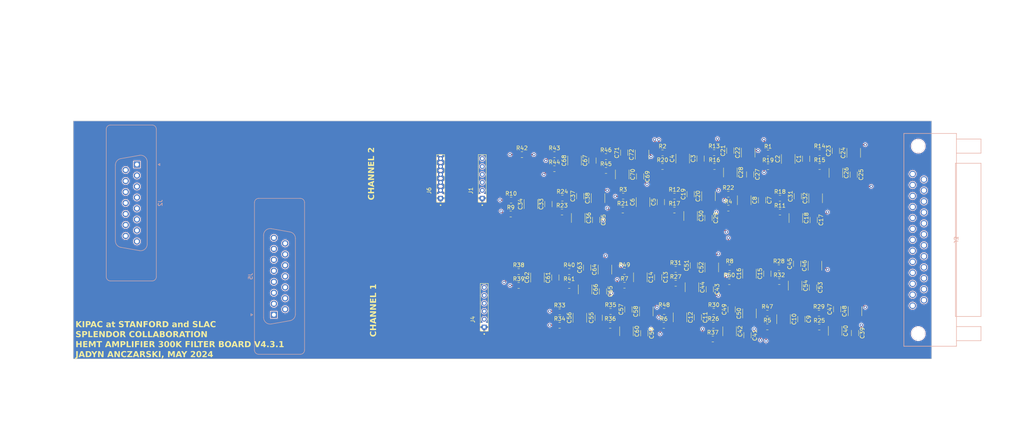
<source format=kicad_pcb>
(kicad_pcb
	(version 20240108)
	(generator "pcbnew")
	(generator_version "8.0")
	(general
		(thickness 1.6)
		(legacy_teardrops no)
	)
	(paper "A4")
	(title_block
		(title "HEMT Amplifier 300K Filter Box")
		(date "2024-05-23")
		(rev "V4.3.1")
		(company "SPLENDOR Collaboration")
		(comment 1 "Jadyn Anczarski | 2024")
		(comment 2 "KIPAC at Stanford and SLAC")
	)
	(layers
		(0 "F.Cu" signal)
		(1 "In1.Cu" signal)
		(2 "In2.Cu" signal)
		(31 "B.Cu" signal)
		(32 "B.Adhes" user "B.Adhesive")
		(33 "F.Adhes" user "F.Adhesive")
		(34 "B.Paste" user)
		(35 "F.Paste" user)
		(36 "B.SilkS" user "B.Silkscreen")
		(37 "F.SilkS" user "F.Silkscreen")
		(38 "B.Mask" user)
		(39 "F.Mask" user)
		(40 "Dwgs.User" user "User.Drawings")
		(41 "Cmts.User" user "User.Comments")
		(42 "Eco1.User" user "User.Eco1")
		(43 "Eco2.User" user "User.Eco2")
		(44 "Edge.Cuts" user)
		(45 "Margin" user)
		(46 "B.CrtYd" user "B.Courtyard")
		(47 "F.CrtYd" user "F.Courtyard")
		(48 "B.Fab" user)
		(49 "F.Fab" user)
		(50 "User.1" user)
		(51 "User.2" user)
		(52 "User.3" user)
		(53 "User.4" user)
		(54 "User.5" user)
		(55 "User.6" user)
		(56 "User.7" user)
		(57 "User.8" user)
		(58 "User.9" user)
	)
	(setup
		(stackup
			(layer "F.SilkS"
				(type "Top Silk Screen")
			)
			(layer "F.Paste"
				(type "Top Solder Paste")
			)
			(layer "F.Mask"
				(type "Top Solder Mask")
				(thickness 0.01)
			)
			(layer "F.Cu"
				(type "copper")
				(thickness 0.035)
			)
			(layer "dielectric 1"
				(type "prepreg")
				(thickness 0.1)
				(material "FR4")
				(epsilon_r 4.5)
				(loss_tangent 0.02)
			)
			(layer "In1.Cu"
				(type "copper")
				(thickness 0.035)
			)
			(layer "dielectric 2"
				(type "core")
				(thickness 1.24)
				(material "FR4")
				(epsilon_r 4.5)
				(loss_tangent 0.02)
			)
			(layer "In2.Cu"
				(type "copper")
				(thickness 0.035)
			)
			(layer "dielectric 3"
				(type "prepreg")
				(thickness 0.1)
				(material "FR4")
				(epsilon_r 4.5)
				(loss_tangent 0.02)
			)
			(layer "B.Cu"
				(type "copper")
				(thickness 0.035)
			)
			(layer "B.Mask"
				(type "Bottom Solder Mask")
				(thickness 0.01)
			)
			(layer "B.Paste"
				(type "Bottom Solder Paste")
			)
			(layer "B.SilkS"
				(type "Bottom Silk Screen")
			)
			(copper_finish "None")
			(dielectric_constraints no)
		)
		(pad_to_mask_clearance 0)
		(allow_soldermask_bridges_in_footprints no)
		(grid_origin 50.810662 0)
		(pcbplotparams
			(layerselection 0x00010fc_ffffffff)
			(plot_on_all_layers_selection 0x0000000_00000000)
			(disableapertmacros no)
			(usegerberextensions no)
			(usegerberattributes yes)
			(usegerberadvancedattributes yes)
			(creategerberjobfile yes)
			(dashed_line_dash_ratio 12.000000)
			(dashed_line_gap_ratio 3.000000)
			(svgprecision 4)
			(plotframeref no)
			(viasonmask no)
			(mode 1)
			(useauxorigin no)
			(hpglpennumber 1)
			(hpglpenspeed 20)
			(hpglpendiameter 15.000000)
			(pdf_front_fp_property_popups yes)
			(pdf_back_fp_property_popups yes)
			(dxfpolygonmode yes)
			(dxfimperialunits yes)
			(dxfusepcbnewfont yes)
			(psnegative no)
			(psa4output no)
			(plotreference yes)
			(plotvalue yes)
			(plotfptext yes)
			(plotinvisibletext no)
			(sketchpadsonfab no)
			(subtractmaskfromsilk no)
			(outputformat 1)
			(mirror no)
			(drillshape 1)
			(scaleselection 1)
			(outputdirectory "")
		)
	)
	(net 0 "")
	(net 1 "GND-D")
	(net 2 "unconnected-(J2-Pad2)")
	(net 3 "unconnected-(J2-Pad3)")
	(net 4 "unconnected-(J2-Pad6)")
	(net 5 "unconnected-(J2-Pad7)")
	(net 6 "Net-(J2-Pad5)")
	(net 7 "unconnected-(J3-Pad2)")
	(net 8 "unconnected-(J3-Pad11)")
	(net 9 "unconnected-(J3-Pad13)")
	(net 10 "unconnected-(J3-P15-Pad15)")
	(net 11 "unconnected-(J3-P24-Pad24)")
	(net 12 "unconnected-(J5-Pad2)")
	(net 13 "unconnected-(J5-Pad3)")
	(net 14 "unconnected-(J5-Pad6)")
	(net 15 "unconnected-(J5-Pad7)")
	(net 16 "/Vdd1+(2)")
	(net 17 "/GND-S")
	(net 18 "/INJ (2)")
	(net 19 "/Vdd1+(1)")
	(net 20 "/INJ (1)")
	(net 21 "/OUT-(2)")
	(net 22 "/OUT+(2)")
	(net 23 "/DETBIAS-(2)")
	(net 24 "/DETBIAS+(2)")
	(net 25 "/Vgg2+(2)")
	(net 26 "/OUT-(1)")
	(net 27 "/DETBIAS-(1)")
	(net 28 "/OUT+(1)")
	(net 29 "/DETBIAS+(1)")
	(net 30 "/Vgg2+(1)")
	(net 31 "/Vdd2+(1)")
	(net 32 "/Vdd1+(2) ")
	(net 33 "/Vgg1+(2)")
	(net 34 "/Vdd1-(1) ")
	(net 35 "/Vgg2+(1) ")
	(net 36 "/Vdd1+(1) ")
	(net 37 "/Vdd1-(2) ")
	(net 38 "/Vgg2+(2) ")
	(net 39 "/Vgg1+(1)")
	(net 40 "/DETBIAS+(1) ")
	(net 41 "/OUT+(2) ")
	(net 42 "/DETBIAS+(2) ")
	(net 43 "/Vgg1+(1) ")
	(net 44 "/DETBIAS-(1) ")
	(net 45 "/DETBIAS-(2) ")
	(net 46 "/Vdd2-(2) ")
	(net 47 "/OUT+(1) ")
	(net 48 "/Vdd2-(1) ")
	(net 49 "/Vdd2+(1) ")
	(net 50 "/Vdd2+(2) ")
	(net 51 "/Vgg1+(2) ")
	(net 52 "/OUT-(2) ")
	(net 53 "/OUT-(1) ")
	(net 54 "Net-(C67-Pad2)")
	(net 55 "Net-(C61-Pad1)")
	(net 56 "Net-(C61-Pad2)")
	(net 57 "Net-(C55-Pad1)")
	(net 58 "Net-(C55-Pad2)")
	(net 59 "Net-(C53-Pad2)")
	(net 60 "Net-(C49-Pad2)")
	(net 61 "Net-(C15-Pad2)")
	(net 62 "Net-(C13-Pad2)")
	(net 63 "Net-(C11-Pad2)")
	(net 64 "Net-(C10-Pad2)")
	(net 65 "Net-(C33-Pad2)")
	(net 66 "Net-(C33-Pad1)")
	(net 67 "Net-(C7-Pad1)")
	(net 68 "Net-(C3-Pad1)")
	(net 69 "Net-(C1-Pad1)")
	(net 70 "Net-(C31-Pad2)")
	(net 71 "Net-(C5-Pad1)")
	(net 72 "Net-(C27-Pad2)")
	(net 73 "Net-(C1-Pad2)")
	(net 74 "Net-(C3-Pad2)")
	(net 75 "Net-(C5-Pad2)")
	(net 76 "Net-(C7-Pad2)")
	(net 77 "Net-(C67-Pad1)")
	(net 78 "Net-(C10-Pad1)")
	(net 79 "Net-(C15-Pad1)")
	(net 80 "Net-(C13-Pad1)")
	(net 81 "Net-(C11-Pad1)")
	(footprint "Capacitor_SMD:C_1812_4532Metric" (layer "F.Cu") (at 203.635662 101.95 90))
	(footprint "Capacitor_SMD:C_1812_4532Metric" (layer "F.Cu") (at 159.723162 104.5 90))
	(footprint "Capacitor_SMD:C_1812_4532Metric" (layer "F.Cu") (at 170.398162 114.65 90))
	(footprint "Resistor_SMD:R_0805_2012Metric" (layer "F.Cu") (at 217.635662 113.5))
	(footprint "Capacitor_SMD:C_1812_4532Metric" (layer "F.Cu") (at 181.073162 78.5 -90))
	(footprint "Capacitor_SMD:C_1812_4532Metric" (layer "F.Cu") (at 182.135662 118.05 -90))
	(footprint "Capacitor_SMD:C_1206_3216Metric" (layer "F.Cu") (at 217.635662 103.525 90))
	(footprint "Capacitor_SMD:C_1812_4532Metric" (layer "F.Cu") (at 213.135662 113.55 90))
	(footprint "Resistor_SMD:R_0805_2012Metric" (layer "F.Cu") (at 204.310662 76.5))
	(footprint "Capacitor_SMD:C_1206_3216Metric" (layer "F.Cu") (at 198.310662 83.475 90))
	(footprint "Capacitor_SMD:C_1206_3216Metric" (layer "F.Cu") (at 208.635662 112.55 90))
	(footprint "Capacitor_SMD:C_1812_4532Metric" (layer "F.Cu") (at 234.723162 117.95 -90))
	(footprint "Resistor_SMD:R_0805_2012Metric" (layer "F.Cu") (at 230.810662 76.5))
	(footprint "Capacitor_SMD:C_1812_4532Metric" (layer "F.Cu") (at 222.898162 74.6 90))
	(footprint "Capacitor_SMD:C_1206_3216Metric" (layer "F.Cu") (at 208.310662 72.5 90))
	(footprint "Capacitor_SMD:C_1206_3216Metric" (layer "F.Cu") (at 213.310662 78.5 -90))
	(footprint "Capacitor_SMD:C_1206_3216Metric" (layer "F.Cu") (at 200.135662 114.55 -90))
	(footprint "Capacitor_SMD:C_1812_4532Metric" (layer "F.Cu") (at 239.723162 113 90))
	(footprint "Capacitor_SMD:C_1206_3216Metric" (layer "F.Cu") (at 176.223162 108 -90))
	(footprint "Resistor_SMD:R_0805_2012Metric" (layer "F.Cu") (at 217.810662 76.55))
	(footprint "Capacitor_SMD:C_1812_4532Metric" (layer "F.Cu") (at 234.898162 78.1 -90))
	(footprint "Capacitor_SMD:C_1812_4532Metric" (layer "F.Cu") (at 202.810662 83.975 90))
	(footprint "Resistor_SMD:R_0805_2012Metric" (layer "F.Cu") (at 153.073162 84.975))
	(footprint "Resistor_SMD:R_0805_2012Metric" (layer "F.Cu") (at 181.310662 83.975))
	(footprint "Resistor_SMD:R_0805_2012Metric" (layer "F.Cu") (at 217.635662 116.95))
	(footprint "Resistor_SMD:R_0805_2012Metric" (layer "F.Cu") (at 191.223162 76.5))
	(footprint "Resistor_SMD:R_0805_2012Metric" (layer "F.Cu") (at 167.723162 103))
	(footprint "Capacitor_SMD:C_1812_4532Metric" (layer "F.Cu") (at 224.810662 89.5 -90))
	(footprint "Capacitor_SMD:C_1812_4532Metric" (layer "F.Cu") (at 212.810662 73 90))
	(footprint "Capacitor_SMD:C_1206_3216Metric" (layer "F.Cu") (at 181.573162 73 90))
	(footprint "Capacitor_SMD:C_1206_3216Metric" (layer "F.Cu") (at 239.723162 118.5 -90))
	(footprint "Resistor_SMD:R_0805_2012Metric" (layer "F.Cu") (at 220.810662 84.5))
	(footprint "Resistor_SMD:R_0805_2012Metric" (layer "F.Cu") (at 163.985662 73.5))
	(footprint "Capacitor_SMD:C_1206_3216Metric" (layer "F.Cu") (at 239.398162 78.55 -90))
	(footprint "Capacitor_SMD:C_1812_4532Metric" (layer "F.Cu") (at 239.398162 73.05 90))
	(footprint "Resistor_SMD:R_0805_2012Metric" (layer "F.Cu") (at 154.985662 106.5))
	(footprint "Resistor_SMD:R_0805_2012Metric" (layer "F.Cu") (at 203.898162 120))
	(footprint "Capacitor_SMD:C_1206_3216Metric" (layer "F.Cu") (at 216.310662 85 -90))
	(footprint "Capacitor_SMD:C_1206_3216Metric" (layer "F.Cu") (at 162.485662 85.975 90))
	(footprint "Resistor_SMD:R_0805_2012Metric" (layer "F.Cu") (at 178.048162 116.55))
	(footprint "Capacitor_SMD:C_1206_3216Metric" (layer "F.Cu") (at 227.398162 74.55 90))
	(footprint "Resistor_SMD:R_0805_2012Metric" (layer "F.Cu") (at 220.810662 88))
	(footprint "Capacitor_SMD:C_1206_3216Metric" (layer "F.Cu") (at 212.635662 119.05 -90))
	(footprint "Resistor_SMD:R_0805_2012Metric" (layer "F.Cu") (at 191.548162 116.575))
	(footprint "Resistor_SMD:R_0805_2012Metric" (layer "F.Cu") (at 207.810662 87))
	(footprint "Capacitor_SMD:C_1206_3216Metric" (layer "F.Cu") (at 173.573162 75 90))
	(footprint "Capacitor_SMD:C_1812_4532Metric"
		(layer "F.Cu")
		(uuid "5ad03ab8-2fa9-4143-9ea0-df42efda9654")
		(at 169.985662 89.475 -90)
		(descr "Capacitor SMD 1812 (4532 Metric), square (rectangular) end terminal, IPC_7351 nominal, (Body size source: IPC-SM-782 page 76, https://www.pcb-3d.com/wordpress/wp-content/uploads/ipc-sm-782a_amendment_1_and_2.pdf), generated with kicad-footprint-generator")
		(tags "capacitor")
		(property "Reference" "C36"
			(at 0 -2.65 90)
			(layer "F.SilkS")
			(uuid "dd6fa1ea-cc72-4c84-a819-9a3dde41a048")
			(effects
				(font
					(size 1 1)
					(thickness 0.15)
				)
			)
		)
		(property "Value" "470uF"
			(at 0 2.65 90)
			(layer "F.Fab")
			(hide yes)
			(uuid "eec5243b-22aa-4703-ab66-d687db6421f1")
			(effects
				(font
					(size 1 1)
					(thickness 0.15)
				)
			)
		)
		(proper
... [1621513 chars truncated]
</source>
